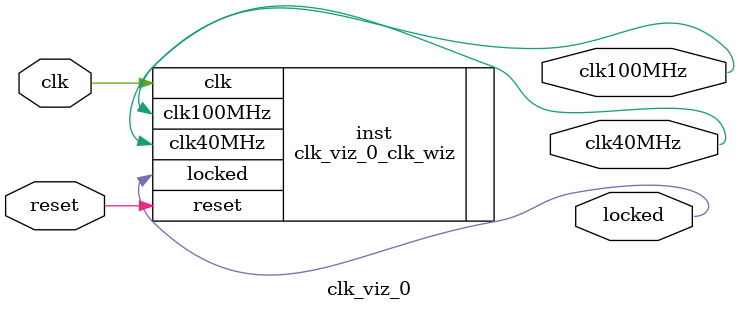
<source format=v>


`timescale 1ps/1ps

(* CORE_GENERATION_INFO = "clk_viz_0,clk_wiz_v5_4_2_0,{component_name=clk_viz_0,use_phase_alignment=true,use_min_o_jitter=false,use_max_i_jitter=false,use_dyn_phase_shift=false,use_inclk_switchover=false,use_dyn_reconfig=false,enable_axi=0,feedback_source=FDBK_AUTO,PRIMITIVE=MMCM,num_out_clk=2,clkin1_period=10.000,clkin2_period=10.000,use_power_down=false,use_reset=true,use_locked=true,use_inclk_stopped=false,feedback_type=SINGLE,CLOCK_MGR_TYPE=NA,manual_override=false}" *)

module clk_viz_0 
 (
  // Clock out ports
  output        clk100MHz,
  output        clk40MHz,
  // Status and control signals
  input         reset,
  output        locked,
 // Clock in ports
  input         clk
 );

  clk_viz_0_clk_wiz inst
  (
  // Clock out ports  
  .clk100MHz(clk100MHz),
  .clk40MHz(clk40MHz),
  // Status and control signals               
  .reset(reset), 
  .locked(locked),
 // Clock in ports
  .clk(clk)
  );

endmodule

</source>
